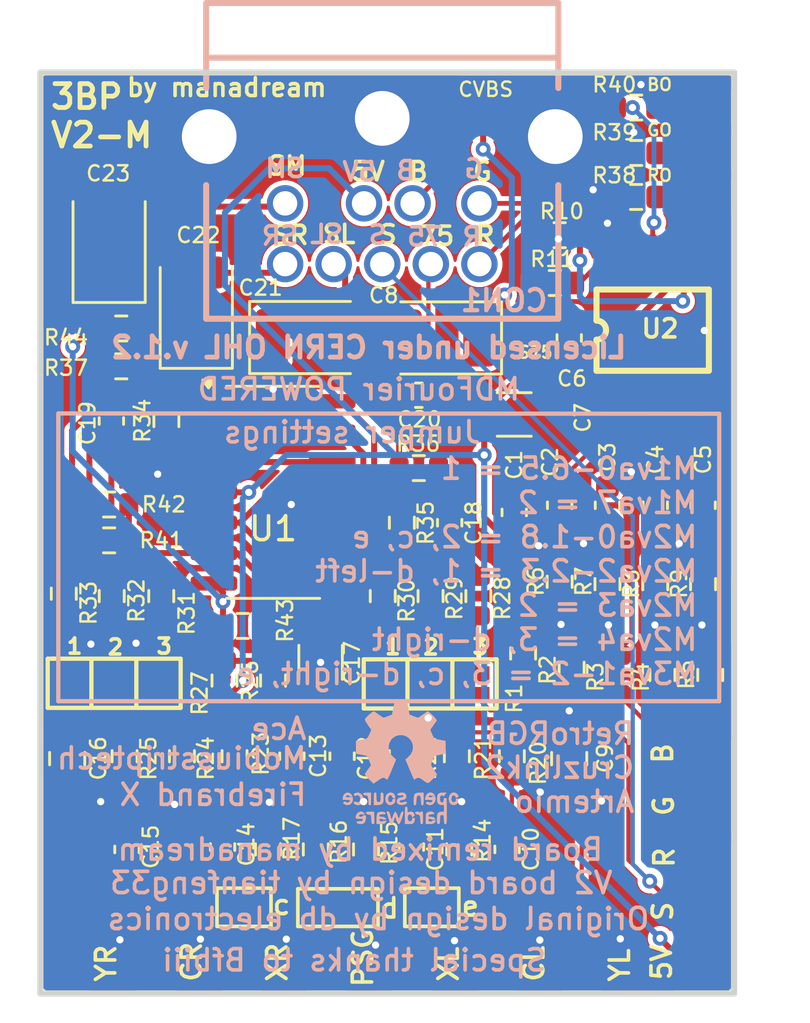
<source format=kicad_pcb>
(kicad_pcb (version 20241229) (generator "pcbnew") (generator_version "9.0")
  (layers (0 "F.Cu" signal) (2 "B.Cu" signal) (13 "F.Paste" user) (15 "B.Paste" user) (5 "F.SilkS" user "F.Silkscreen") (7 "B.SilkS" user "B.Silkscreen") (1 "F.Mask" user) (3 "B.Mask" user) (25 "Edge.Cuts" user))
  (net 0 "")
  (net 1 "GND")
  (net 2 "+5V")
  (net 3 "SYNC-OUT")
  (net 4 "RIGHT")
  (net 5 "SL")
  (net 6 "OPAVREF")
  (net 7 "LPF")
  (net 8 "YM-LEFT")
  (net 9 "YM-RIGHT")
  (net 10 "SCD-RIGHT")
  (net 11 "32X-RIGHT")
  (net 12 "PSG")
  (net 13 "32X-LEFT")
  (net 14 "SCD-LEFT")
  (net 15 "LEFT")
  (net 16 "SYNC-75")
  (net 17 "R-OUT")
  (net 18 "G-OUT")
  (net 19 "B-OUT")
  (net 20 "R-IN")
  (net 21 "G-IN")
  (net 22 "B-IN")
  (net 23 "SR")
  (net 24 "NET-(U101-PAD7)")
  (net 25 "NET-(U101-PAD8)")
  (net 26 "SM")
  (net 27 "LOUT")
  (net 28 "ROUT")
  (net 29 "MONO")
  (net 30 "MOUT")
  (footprint "easyeda:MD-90SM" (layer "F.Cu") (at 138.806 86.715)
    (property "Reference" "CON1")
    (property "Value" "MD-90SM" (hide yes))
  )
  (footprint "Resistor_SMD:R_0603_1608Metric" (layer "F.Cu") (at 146.6 106.4 -90)
    (property "Reference" "R2")
    (property "Value" "5.62k")
  )
  (footprint "easyeda:JUMPER_PADSX2" (layer "F.Cu") (at 133.239 116.433)
    (property "Reference" "c")
    (property "Value" "JUMPER_PADSX2" (hide yes))
  )
  (footprint "Capacitor_SMD:C_0603_1608Metric" (layer "F.Cu") (at 143.9 114 -90)
    (property "Reference" "C10")
    (property "Value" "1uF/16V")
  )
  (footprint "Capacitor_SMD:C_0603_1608Metric" (layer "F.Cu") (at 134.9 110.1 -90)
    (property "Reference" "C13")
    (property "Value" "1uF/16V")
  )
  (footprint "Resistor_SMD:R_0603_1608Metric" (layer "F.Cu") (at 148.6 106.7 -90)
    (property "Reference" "R3")
    (property "Value" "5.62k")
  )
  (footprint "Resistor_SMD:R_0603_1608Metric" (layer "F.Cu") (at 138 114 90)
    (property "Reference" "R15")
    (property "Value" "2.20k")
  )
  (footprint "" (layer "F.Cu") (at 151.947 84.86 90)
    (property "Reference" "")
    (property "Value" "")
  )
  (footprint "Resistor_SMD:R_0603_1608Metric" (layer "F.Cu") (at 150.1 102.9 90)
    (property "Reference" "R8")
    (property "Value" "1k")
  )
  (footprint "Capacitor_SMD:C_1206_3216Metric" (layer "F.Cu") (at 136.1 106.172 -90)
    (property "Reference" "C17")
    (property "Value" "10uF/16V")
  )
  (footprint "Resistor_SMD:R_0603_1608Metric" (layer "F.Cu") (at 134.112 106.934 90)
    (property "Reference" "R26")
    (property "Value" "10k")
  )
  (footprint "easyeda:JUMPER" (layer "F.Cu") (at 140.648 107.518)
    (property "Reference" "1")
    (property "Value" "3")
  )
  (footprint "easyeda:JUMPER" (layer "F.Cu") (at 127.427 107.492)
    (property "Reference" "1")
    (property "Value" "3")
  )
  (footprint "Package_SO:SOIC-14_3.9x8.7mm_P1.27mm" (layer "F.Cu") (at 134.112 99.06)
    (property "Reference" "U1")
    (property "Value" "TL974IDR")
  )
  (footprint "" (layer "F.Cu") (at 145 92.4)
    (property "Reference" "")
    (property "Value" "")
  )
  (footprint "Resistor_SMD:R_0603_1608Metric" (layer "F.Cu") (at 130.3 110.1 90)
    (property "Reference" "R24")
    (property "Value" "210k")
  )
  (footprint "easyeda:JUMPER_PADSX2" (layer "F.Cu") (at 141.096 116.433)
    (property "Reference" "e")
    (property "Value" "JUMPER_PADSX2" (hide yes))
  )
  (footprint "Resistor_SMD:R_0603_1608Metric" (layer "F.Cu") (at 135.9 114 90)
    (property "Reference" "R16")
    (property "Value" "750")
  )
  (footprint "Capacitor_SMD:C_0603_1608Metric" (layer "F.Cu") (at 146.5 92.6 -90)
    (property "Reference" "C6")
    (property "Value" "0.1uF/50V")
  )
  (footprint "Capacitor_Tantalum_SMD:CP_EIA-3528-15_AVX-H" (layer "F.Cu") (at 135.6 92.582)
    (property "Reference" "C21")
    (property "Value" "47uF/10V")
  )
  (footprint "easyeda:TP50" (layer "F.Cu") (at 151.163 120.052 -90)
    (property "Reference" "5V1" (hide yes))
    (property "Value" "TP_50" (hide yes))
  )
  (footprint "Resistor_SMD:R_0603_1608Metric" (layer "F.Cu") (at 149.3 84.86 180)
    (property "Reference" "R39")
    (property "Value" "511")
  )
  (footprint "Resistor_SMD:R_0603_1608Metric" (layer "F.Cu") (at 149.3 82.96 180)
    (property "Reference" "R40")
    (property "Value" "511")
  )
  (footprint "Resistor_SMD:R_0603_1608Metric" (layer "F.Cu") (at 152.4 106.7 -90)
    (property "Reference" "R5")
    (property "Value" "5.62k")
  )
  (footprint "Capacitor_SMD:C_0805_2012Metric" (layer "F.Cu") (at 125.5 110.2 -90)
    (property "Reference" "C16")
    (property "Value" "10uF/16V")
  )
  (footprint "" (layer "F.Cu") (at 151.947 86.76 90)
    (property "Reference" "")
    (property "Value" "")
  )
  (footprint "Resistor_SMD:R_0603_1608Metric" (layer "F.Cu") (at 132.5 110.1 90)
    (property "Reference" "R23")
    (property "Value" "210k")
  )
  (footprint "Resistor_SMD:R_0603_1608Metric" (layer "F.Cu") (at 132.842 104.648 180)
    (property "Reference" "R43")
    (property "Value" "4.7k")
  )
  (footprint "Resistor_SMD:R_0603_1608Metric" (layer "F.Cu") (at 150.4 106.7 -90)
    (property "Reference" "R4")
    (property "Value" "5.62k")
  )
  (footprint "Resistor_SMD:R_0603_1608Metric" (layer "F.Cu") (at 152.1 102.9 90)
    (property "Reference" "R9")
    (property "Value" "1k")
  )
  (footprint "easyeda:TP50" (layer "F.Cu") (at 152.916 110.807 90)
    (property "Reference" "B1" (hide yes))
    (property "Value" "TP_50" (hide yes))
  )
  (footprint "easyeda:TP50" (layer "F.Cu") (at 128.862 119.57)
    (property "Reference" "SR2" (hide yes))
    (property "Value" "TP_50" (hide yes))
  )
  (footprint "Resistor_SMD:R_0603_1608Metric" (layer "F.Cu") (at 129.649 96.075 90)
    (property "Reference" "R34")
    (property "Value" "300k")
  )
  (footprint "Capacitor_SMD:C_0603_1608Metric" (layer "F.Cu") (at 144.2 99.9 90)
    (property "Reference" "C1")
    (property "Value" "0.1uF/50V")
  )
  (footprint "easyeda:TP50" (layer "F.Cu") (at 152.916 113.371 90)
    (property "Reference" "G1" (hide yes))
    (property "Value" "TP_50" (hide yes))
  )
  (footprint "Resistor_SMD:R_0603_1608Metric" (layer "F.Cu") (at 142.7 103.4 90)
    (property "Reference" "R28")
    (property "Value" "130k")
  )
  (footprint "Resistor_SMD:R_0603_1608Metric" (layer "F.Cu") (at 127.9 110.1 90)
    (property "Reference" "R25")
    (property "Value" "210k")
  )
  (footprint "Capacitor_SMD:C_0603_1608Metric" (layer "F.Cu") (at 139.9 113.9 90)
    (property "Reference" "C11")
    (property "Value" "1uF/16V")
  )
  (footprint "" (layer "F.Cu") (at 151.947 82.96 90)
    (property "Reference" "")
    (property "Value" "")
  )
  (footprint "Capacitor_SMD:C_0805_2012Metric" (layer "F.Cu") (at 146.5 110.2 -90)
    (property "Reference" "C9")
    (property "Value" "10uF/16V")
  )
  (footprint "Capacitor_SMD:C_0603_1608Metric" (layer "F.Cu") (at 128 114 90)
    (property "Reference" "C15")
    (property "Value" "1uF/16V")
  )
  (footprint "Capacitor_SMD:C_0603_1608Metric" (layer "F.Cu") (at 132 113.9 -90)
    (property "Reference" "C14")
    (property "Value" "1uF/16V")
  )
  (footprint "easyeda:TP50" (layer "F.Cu") (at 125.433 119.57)
    (property "Reference" "YR2" (hide yes))
    (property "Value" "TP_50" (hide yes))
  )
  (footprint "Resistor_SMD:R_0603_1608Metric" (layer "F.Cu") (at 141.8 110.1 90)
    (property "Reference" "R21")
    (property "Value" "210k")
  )
  (footprint "Resistor_SMD:R_0603_1608Metric" (layer "F.Cu") (at 146.1 88.3)
    (property "Reference" "R10")
    (property "Value" "4.7k")
  )
  (footprint "easyeda:TP50" (layer "F.Cu") (at 152.916 116.025 90)
    (property "Reference" "S1" (hide yes))
    (property "Value" "TP_50" (hide yes))
  )
  (footprint "Resistor_SMD:R_0603_1608Metric" (layer "F.Cu") (at 144.1 110.1 90)
    (property "Reference" "R20")
    (property "Value" "210k")
  )
  (footprint "Resistor_SMD:R_0603_1608Metric" (layer "F.Cu") (at 125.357 103.3 90)
    (property "Reference" "R33")
    (property "Value" "10k")
  )
  (footprint "Resistor_SMD:R_0603_1608Metric" (layer "F.Cu") (at 148.1 102.9 90)
    (property "Reference" "R7")
    (property "Value" "1k")
  )
  (footprint "Resistor_SMD:R_0603_1608Metric" (layer "F.Cu") (at 127.254 101.068 180)
    (property "Reference" "R41")
    (property "Value" "10k")
  )
  (footprint "Capacitor_SMD:C_0603_1608Metric" (layer "F.Cu") (at 137 110.1 -90)
    (property "Reference" "C12")
    (property "Value" "1uF/16V")
  )
  (footprint "Resistor_SMD:R_0603_1608Metric" (layer "F.Cu") (at 149.3 86.7 180)
    (property "Reference" "R38")
    (property "Value" "511")
  )
  (footprint "Resistor_SMD:R_0603_1608Metric" (layer "F.Cu") (at 139.5 110.1 90)
    (property "Reference" "R22")
    (property "Value" "210k")
  )
  (footprint "Resistor_SMD:R_0603_1608Metric" (layer "F.Cu") (at 139.5 100.33 -90)
    (property "Reference" "R35")
    (property "Value" "300k")
  )
  (footprint "Capacitor_SMD:C_0603_1608Metric" (layer "F.Cu") (at 148.1 99.6 -90)
    (property "Reference" "C3")
    (property "Value" "0.1uF/50V")
  )
  (footprint "Resistor_SMD:R_0603_1608Metric" (layer "F.Cu") (at 127.254 99.568 180)
    (property "Reference" "R42")
    (property "Value" "10k")
  )
  (footprint "easyeda:OSHW-LOGO_5MM" (layer "F.Cu") (at 140.597 110.375)
    (property "Reference" "G" (hide yes))
    (property "Value" "LOGO" (hide yes))
  )
  (footprint "Capacitor_Tantalum_SMD:CP_EIA-3528-15_AVX-H" (layer "F.Cu") (at 141.2 92.6 180)
    (property "Reference" "C8")
    (property "Value" "220uF/6.3V")
  )
  (footprint "Capacitor_SMD:C_0603_1608Metric" (layer "F.Cu") (at 127.349 96.075 90)
    (property "Reference" "C19")
    (property "Value" "150pF/50V")
  )
  (footprint "Resistor_SMD:R_0603_1608Metric" (layer "F.Cu") (at 129.434 103.4 90)
    (property "Reference" "R31")
    (property "Value" "130k")
  )
  (footprint "easyeda:TP50" (layer "F.Cu") (at 146.007 119.57)
    (property "Reference" "YL1" (hide yes))
    (property "Value" "TP_50" (hide yes))
  )
  (footprint "Resistor_SMD:R_0603_1608Metric" (layer "F.Cu") (at 127.762 93.787)
    (property "Reference" "R37")
    (property "Value" "330")
  )
  (footprint "Resistor_SMD:R_0603_1608Metric" (layer "F.Cu") (at 146.1 102.8 90)
    (property "Reference" "R6")
    (property "Value" "1k")
  )
  (footprint "Resistor_SMD:R_0603_1608Metric" (layer "F.Cu") (at 140.7 103.4 90)
    (property "Reference" "R29")
    (property "Value" "100k")
  )
  (footprint "easyeda:TP50" (layer "F.Cu") (at 135.593 119.57)
    (property "Reference" "SN1" (hide yes))
    (property "Value" "TP_50" (hide yes))
  )
  (footprint "Resistor_SMD:R_0603_1608Metric" (layer "F.Cu") (at 138.7 103.4 90)
    (property "Reference" "R30")
    (property "Value" "10k")
  )
  (footprint "Capacitor_SMD:C_0603_1608Metric" (layer "F.Cu") (at 141.5 100.33 -90)
    (property "Reference" "C18")
    (property "Value" "150pF/50V")
  )
  (footprint "Capacitor_SMD:C_0603_1608Metric" (layer "F.Cu") (at 152.1 99.6 90)
    (property "Reference" "C5")
    (property "Value" "0.1uF/50V")
  )
  (footprint "easyeda:TP50" (layer "F.Cu") (at 144.74 119.57)
    (property "Reference" "XL1" (hide yes))
    (property "Value" "TP_50" (hide yes))
  )
  (footprint "Resistor_SMD:R_0603_1608Metric" (layer "F.Cu") (at 140.208 98.044)
    (property "Reference" "R36")
    (property "Value" "330")
  )
  (footprint "Resistor_SMD:R_0603_1608Metric" (layer "F.Cu") (at 127.363 103.4 90)
    (property "Reference" "R32")
    (property "Value" "100k")
  )
  (footprint "Resistor_SMD:R_0603_1608Metric" (layer "F.Cu") (at 133.9 114 90)
    (property "Reference" "R17")
    (property "Value" "75.0")
  )
  (footprint "Capacitor_SMD:C_0603_1608Metric" (layer "F.Cu") (at 146.1 99.6 90)
    (property "Reference" "C2")
    (property "Value" "0.1uF/50V")
  )
  (footprint "Capacitor_Tantalum_SMD:CP_EIA-3528-15_AVX-H" (layer "F.Cu") (at 127.254 88.646 90)
    (property "Reference" "C23")
    (property "Value" "47uF/10V")
  )
  (footprint "Resistor_SMD:R_0603_1608Metric" (layer "F.Cu") (at 132.08 106.934 90)
    (property "Reference" "R27")
    (property "Value" "10k")
  )
  (footprint "Capacitor_SMD:C_1206_3216Metric" (layer "F.Cu") (at 144.2 95.8)
    (property "Reference" "C7")
    (property "Value" "22uF/10V")
  )
  (footprint "easyeda:TSSOP-14" (layer "F.Cu") (at 149.947 92.86)
    (property "Reference" "U2")
    (property "Value" "THS7374IPWR" (hide yes))
  )
  (footprint "Resistor_SMD:R_0603_1608Metric" (layer "F.Cu") (at 141.9 114 90)
    (property "Reference" "R14")
    (property "Value" "75.0")
  )
  (footprint "Resistor_SMD:R_0603_1608Metric" (layer "F.Cu") (at 145.9 90.3)
    (property "Reference" "R11")
    (property "Value" "75.0")
  )
  (footprint "Resistor_SMD:R_0603_1608Metric" (layer "F.Cu") (at 144.572 105.8 90)
    (property "Reference" "R1")
    (property "Value" "2.20k")
  )
  (footprint "Capacitor_Tantalum_SMD:CP_EIA-3528-15_AVX-H" (layer "F.Cu") (at 130.9 91.4 90)
    (property "Reference" "C22")
    (property "Value" "47uF/10V")
  )
  (footprint "easyeda:TP50" (layer "F.Cu") (at 132.291 119.57)
    (property "Reference" "XR2" (hide yes))
    (property "Value" "TP_50" (hide yes))
  )
  (footprint "Resistor_SMD:R_0603_1608Metric" (layer "F.Cu") (at 127.762 92.202)
    (property "Reference" "R44")
    (property "Value" "330")
  )
  (footprint "" (layer "F.Cu") (at 145 91.6)
    (property "Reference" "")
    (property "Value" "")
  )
  (footprint "easyeda:TP50" (layer "F.Cu") (at 138.768 119.57)
    (property "Reference" "SL1" (hide yes))
    (property "Value" "TP_50" (hide yes))
  )
  (footprint "Capacitor_SMD:C_0603_1608Metric" (layer "F.Cu") (at 140.208 94.996 180)
    (property "Reference" "C20")
    (property "Value" "0.1uF/50V")
  )
  (footprint "easyeda:JUMPER_PADSX3" (layer "F.Cu") (at 136.723 116.433)
    (property "Reference" "d")
    (property "Value" "JUMPER_PADSX3" (hide yes))
  )
  (footprint "" (layer "F.Cu") (at 142.9 83.5)
    (property "Reference" "")
    (property "Value" "")
  )
  (footprint "Capacitor_SMD:C_0603_1608Metric" (layer "F.Cu") (at 150.1 99.6 90)
    (property "Reference" "C4")
    (property "Value" "0.1uF/50V")
  )
  (footprint "easyeda:TP50" (layer "F.Cu") (at 152.916 113.398 90)
    (property "Reference" "RIN" (hide yes))
    (property "Value" "TP_50" (hide yes))
  )
  (gr_line (start 152.154 95.77) (end 152.776 95.77) (stroke (width 0.178)) (layer "B.SilkS"))
  (gr_line (start 125.128 95.757) (end 152.052 95.77) (stroke (width 0.178)) (layer "B.SilkS"))
  (gr_line (start 152.776 107.797) (end 125.128 107.797) (stroke (width 0.178)) (layer "B.SilkS"))
  (gr_line (start 125.128 107.797) (end 125.128 95.77) (stroke (width 0.178)) (layer "B.SilkS"))
  (gr_line (start 152.776 95.77) (end 152.776 107.797) (stroke (width 0.178)) (layer "B.SilkS"))
  (gr_line (start 152.001 95.77) (end 152.154 95.77) (stroke (width 0.178)) (layer "B.SilkS"))
  (gr_line (start 153.398 120.027) (end 124.379 120.027) (stroke (width 0.254)) (layer "Edge.Cuts"))
  (gr_line (start 124.379 120.027) (end 124.379 81.495) (stroke (width 0.254)) (layer "Edge.Cuts"))
  (gr_line (start 124.379 81.495) (end 153.398 81.495) (stroke (width 0.254)) (layer "Edge.Cuts"))
  (gr_line (start 153.398 81.495) (end 153.398 120.027) (stroke (width 0.254)) (layer "Edge.Cuts"))
  (gr_text "R" (at 150.477 114.843 90) (layer "F.SilkS") (effects (font (size 0.813 0.813) (thickness 0.152)) (justify left)))
  (gr_text "S75" (at 144.3 93.2 0) (layer "F.SilkS") (effects (font (size 0.5 0.5) (thickness 0.1) (bold yes)) (justify left)))
  (gr_text "YL" (at 148.611 119.613 90) (layer "F.SilkS") (effects (font (size 0.813 0.813) (thickness 0.152)) (justify left)))
  (gr_text "PSG" (at 137.866 119.837 90) (layer "F.SilkS") (effects (font (size 0.813 0.813) (thickness 0.152)) (justify left)))
  (gr_text "GO" (at 149.7 83.9 0) (layer "F.SilkS") (effects (font (size 0.5 0.5) (thickness 0.1) (bold yes)) (justify left)))
  (gr_text "R" (at 142.502 88.313 0) (layer "F.SilkS") (effects (font (size 0.762 0.762) (thickness 0.152)) (justify left)))
  (gr_text "RO" (at 149.7 85.8 0) (layer "F.SilkS") (effects (font (size 0.5 0.5) (thickness 0.1) (bold yes)) (justify left)))
  (gr_text "by manadream" (at 127.9144 82.1182 0) (layer "F.SilkS") (effects (font (size 0.75 0.75) (thickness 0.15) (bold yes)) (justify left)))
  (gr_text "CR" (at 130.703 119.613 90) (layer "F.SilkS") (effects (font (size 0.813 0.813) (thickness 0.152)) (justify left)))
  (gr_text "SR" (at 133.993 88.3 0) (layer "F.SilkS") (effects (font (size 0.762 0.762) (thickness 0.152)) (justify left)))
  (gr_text "B" (at 150.414 110.487 90) (layer "F.SilkS") (effects (font (size 0.813 0.813) (thickness 0.152)) (justify left)))
  (gr_text "SM" (at 133.8 85.4 0) (layer "F.SilkS") (effects (font (size 0.762 0.762) (thickness 0.152)) (justify left)))
  (gr_text "G" (at 142.388 85.633 0) (layer "F.SilkS") (effects (font (size 0.762 0.762) (thickness 0.152)) (justify left)))
  (gr_text "75" (at 140.127 88.338 0) (layer "F.SilkS") (effects (font (size 0.762 0.762) (thickness 0.152)) (justify left)))
  (gr_text "5V" (at 137.295 85.633 0) (layer "F.SilkS") (effects (font (size 0.762 0.762) (thickness 0.152)) (justify left)))
  (gr_text "2" (at 140.316 105.537 0) (layer "F.SilkS") (effects (font (size 0.635 0.635) (thickness 0.152)) (justify left)))
  (gr_text "SL" (at 136.101 88.262 0) (layer "F.SilkS") (effects (font (size 0.762 0.762) (thickness 0.152)) (justify left)))
  (gr_text "XR" (at 134.285 119.613 90) (layer "F.SilkS") (effects (font (size 0.813 0.813) (thickness 0.152)) (justify left)))
  (gr_text "BO" (at 149.7 82 0) (layer "F.SilkS") (effects (font (size 0.5 0.5) (thickness 0.1) (bold yes)) (justify left)))
  (gr_text "CVBS" (at 141.8 82.2 0) (layer "F.SilkS") (effects (font (size 0.6 0.6) (thickness 0.1) (bold yes)) (justify left)))
  (gr_text "CL" (at 145.029 119.613 90) (layer "F.SilkS") (effects (font (size 0.813 0.813) (thickness 0.152)) (justify left)))
  (gr_text "3BP\nV2-M" (at 124.714 83.312 0) (layer "F.SilkS") (effects (font (size 1 1) (thickness 0.2) (bold yes)) (justify left)))
  (gr_text "5V" (at 150.363 119.55 90) (layer "F.SilkS") (effects (font (size 0.813 0.813) (thickness 0.152)) (justify left)))
  (gr_text "XL" (at 141.447 119.613 90) (layer "F.SilkS") (effects (font (size 0.813 0.813) (thickness 0.152)) (justify left)))
  (gr_text "G" (at 150.452 112.682 90) (layer "F.SilkS") (effects (font (size 0.813 0.813) (thickness 0.152)) (justify left)))
  (gr_text "S" (at 150.414 117.078 90) (layer "F.SilkS") (effects (font (size 0.813 0.813) (thickness 0.152)) (justify left)))
  (gr_text "2" (at 127.116 105.537 0) (layer "F.SilkS") (effects (font (size 0.635 0.635) (thickness 0.152)) (justify left)))
  (gr_text "S" (at 138.451 88.274 0) (layer "F.SilkS") (effects (font (size 0.762 0.762) (thickness 0.152)) (justify left)))
  (gr_text "YR" (at 127.122 119.613 90) (layer "F.SilkS") (effects (font (size 0.813 0.813) (thickness 0.152)) (justify left)))
  (gr_text "B" (at 139.708 85.633 0) (layer "F.SilkS") (effects (font (size 0.762 0.762) (thickness 0.152)) (justify left)))
  (gr_text "G" (at 142.997 85.519 0) (layer "B.SilkS") (effects (font (size 0.762 0.762) (thickness 0.152)) (justify left mirror)))
  (gr_text "Ace" (at 135.593 108.953 0) (layer "B.SilkS") (effects (font (size 0.889 0.889) (thickness 0.152)) (justify left mirror)))
  (gr_text "SL" (at 137.13 88.262 0) (layer "B.SilkS") (effects (font (size 0.762 0.762) (thickness 0.152)) (justify left mirror)))
  (gr_text "M1va0-6.5 = 1\nM1va7 = 2\nM2va0-1.8 = 2, c, e\nM2va2-2.3 = 1, d-left\nM2va3 = 2\nM2va4 = 3, d-right\nM3va1-2 = 3, c, d-right, e" (at 151.947 102.36 0) (layer "B.SilkS") (effects (font (size 0.889 0.889) (thickness 0.152)) (justify left mirror)))
  (gr_text "Special thanks to Bfbiii" (at 145.631 118.635 0) (layer "B.SilkS") (effects (font (size 0.889 0.889) (thickness 0.152)) (justify left mirror)))
  (gr_text "Original design by db electronics" (at 149.939 116.907 0) (layer "B.SilkS") (effects (font (size 0.889 0.889) (thickness 0.152)) (justify left mirror)))
  (gr_text "Artemio" (at 149.309 112 0) (layer "B.SilkS") (effects (font (size 0.889 0.889) (thickness 0.152)) (justify left mirror)))
  (gr_text "B" (at 140.142 85.595 0) (layer "B.SilkS") (effects (font (size 0.762 0.762) (thickness 0.152)) (justify left mirror)))
  (gr_text "Cruzlink2" (at 149.309 110.578 0) (layer "B.SilkS") (effects (font (size 0.889 0.889) (thickness 0.152)) (justify left mirror)))
  (gr_text "S" (at 138.948 88.287 0) (layer "B.SilkS") (effects (font (size 0.762 0.762) (thickness 0.152)) (justify left mirror)))
  (gr_text "Board remixed by manadream" (at 148 114 0) (layer "B.SilkS") (effects (font (size 0.889 0.889) (thickness 0.152)) (justify left mirror)))
  (gr_text "MDFourier POWERED" (at 144.528 94.746 0) (layer "B.SilkS") (effects (font (size 0.889 0.889) (thickness 0.152)) (justify left mirror)))
  (gr_text "Firebrand X" (at 135.593 111.709 0) (layer "B.SilkS") (effects (font (size 0.889 0.889) (thickness 0.152)) (justify left mirror)))
  (gr_text "SM" (at 135.5 85.5 0) (layer "B.SilkS") (effects (font (size 0.762 0.762) (thickness 0.152)) (justify left mirror)))
  (gr_text "SR" (at 135.242 88.325 0) (layer "B.SilkS") (effects (font (size 0.762 0.762) (thickness 0.152)) (justify left mirror)))
  (gr_text "75" (at 141.288 88.363 0) (layer "B.SilkS") (effects (font (size 0.762 0.762) (thickness 0.152)) (justify left mirror)))
  (gr_text "V2 board design by tianfeng33" (at 148.4 115.4 0) (layer "B.SilkS") (effects (font (size 0.889 0.889) (thickness 0.152)) (justify left mirror)))
  (gr_text "Jumper settings" (at 142.87 96.545 0) (layer "B.SilkS") (effects (font (size 0.889 0.889) (thickness 0.152)) (justify left mirror)))
  (gr_text "R" (at 142.911 88.363 0) (layer "B.SilkS") (effects (font (size 0.762 0.762) (thickness 0.152)) (justify left mirror)))
  (gr_text "Mobiusstriptech" (at 135.593 110.189 0) (layer "B.SilkS") (effects (font (size 0.889 0.889) (thickness 0.152)) (justify left mirror)))
  (gr_text "5V" (at 138.511 85.646 0) (layer "B.SilkS") (effects (font (size 0.762 0.762) (thickness 0.152)) (justify left mirror)))
  (gr_text "RetroRGB" (at 149.309 109.156 0) (layer "B.SilkS") (effects (font (size 0.889 0.889) (thickness 0.152)) (justify left mirror)))
  (gr_text "Licensed under CERN OHL v.1.2" (at 149 93 0) (layer "B.SilkS") (effects (font (size 0.889 0.889) (thickness 0.203)) (justify left mirror)))
  (segment (start 152.154 92.29) (end 151.715594 92.29) (width 0.25) (layer "F.Cu") (net 1))
  (via (at 146.159 104.584) (size 0.62) (drill 0.305) (layers "F.Cu" "B.Cu") (net 1))
  (via (at 134.874 99.568) (size 0.62) (drill 0.305) (layers "F.Cu" "B.Cu") (net 1))
  (via (at 147.1 101.2) (size 0.62) (drill 0.305) (layers "F.Cu" "B.Cu") (net 1))
  (via (at 133.955 112.026) (size 0.62) (drill 0.305) (layers "F.Cu" "B.Cu") (net 1))
  (via (at 151.1 101.2) (size 0.62) (drill 0.305) (layers "F.Cu" "B.Cu") (net 1))
  (via (at 136.1 106.172) (size 0.62) (drill 0.305) (layers "F.Cu" "B.Cu") (net 1))
  (via (at 152.154 92.29) (size 0.62) (drill 0.305) (layers "F.Cu" "B.Cu") (net 1))
  (via (at 137.9 112) (size 0.62) (drill 0.305) (layers "F.Cu" "B.Cu") (net 1))
  (via (at 150.084 104.609) (size 0.62) (drill 0.305) (layers "F.Cu" "B.Cu") (net 1))
  (via (at 147.849 111.975) (size 0.62) (drill 0.305) (layers "F.Cu" "B.Cu") (net 1))
  (via (at 146.5 108.2) (size 0.62) (drill 0.305) (layers "F.Cu" "B.Cu") (net 1))
  (via (at 129.286 98.298) (size 0.62) (drill 0.305) (layers "F.Cu" "B.Cu") (net 1))
  (via (at 152.052 104.609) (size 0.62) (drill 0.305) (layers "F.Cu" "B.Cu") (net 1))
  (via (at 145.27 117.792) (size 0.62) (drill 0.305) (layers "F.Cu" "B.Cu") (net 1))
  (via (at 145.219772 101.293652) (size 0.62) (drill 0.305) (layers "F.Cu" "B.Cu") (net 1))
  (via (at 140.6 108.5) (size 0.62) (drill 0.305) (layers "F.Cu" "B.Cu") (net 1))
  (via (at 134.666 117.754) (size 0.62) (drill 0.305) (layers "F.Cu" "B.Cu") (net 1))
  (via (at 148.141 104.609) (size 0.62) (drill 0.305) (layers "F.Cu" "B.Cu") (net 1))
  (via (at 131.072 117.754) (size 0.62) (drill 0.305) (layers "F.Cu" "B.Cu") (net 1))
  (via (at 147.5 86.4) (size 0.62) (drill 0.305) (layers "F.Cu" "B.Cu") (net 1))
  (via (at 149.5 82) (size 0.62) (drill 0.305) (layers "F.Cu" "B.Cu") (net 1))
  (via (at 141.702 117.817) (size 0.62) (drill 0.305) (layers "F.Cu" "B.Cu") (net 1))
  (via (at 148.636 117.741) (size 0.62) (drill 0.305) (layers "F.Cu" "B.Cu") (net 1))
  (via (at 128.379 105.371) (size 0.62) (drill 0.305) (layers "F.Cu" "B.Cu") (net 1))
  (via (at 149.1 98.2) (size 0.62) (drill 0.305) (layers "F.Cu" "B.Cu") (net 1))
  (via (at 129.992 112.115) (size 0.62) (drill 0.305) (layers "F.Cu" "B.Cu") (net 1))
  (via (at 134.112 94.742) (size 0.62) (drill 0.305) (layers "F.Cu" "B.Cu") (net 1))
  (via (at 138.4 118) (size 0.62) (drill 0.305) (layers "F.Cu" "B.Cu") (net 1))
  (via (at 126.9 112) (size 0.62) (drill 0.305) (layers "F.Cu" "B.Cu") (net 1))
  (via (at 149.2 84) (size 0.62) (drill 0.305) (layers "F.Cu" "B.Cu") (net 1))
  (via (at 127.706 117.779) (size 0.62) (drill 0.305) (layers "F.Cu" "B.Cu") (net 1))
  (via (at 142 112) (size 0.62) (drill 0.305) (layers "F.Cu" "B.Cu") (net 1))
  (via (at 146.047 88.46) (size 0.62) (drill 0.305) (layers "F.Cu" "B.Cu") (net 1))
  (via (at 148.1 87.8) (size 0.62) (drill 0.305) (layers "F.Cu" "B.Cu") (net 1))
  (via (at 126.492 105.41) (size 0.62) (drill 0.305) (layers "F.Cu" "B.Cu") (net 1))
  (via (at 145.290321 111.602026) (size 0.62) (drill 0.305) (layers "F.Cu" "B.Cu") (net 1))
  (segment (start 147.3585 94.6) (end 147.4325 94.526) (width 0.254) (layer "F.Cu") (net 2))
  (segment (start 150.689 90.465) (end 150.689 89.122) (width 0.254) (layer "F.Cu") (net 2))
  (segment (start 142.743 95.897) (end 142.743 95.504) (width 0.254) (layer "F.Cu") (net 2))
  (segment (start 150.3 117.716) (end 150.3 117.728) (width 0.254) (layer "F.Cu") (net 2))
  (segment (start 146.604 91.899) (end 149.256 91.899) (width 0.254) (layer "F.Cu") (net 2))
  (segment (start 142.946 100.113) (end 143.452 100.619) (width 0.254) (layer "F.Cu") (net 2))
  (segment (start 147.4325 94.526) (end 147.4325 92.7275) (width 0.254) (layer "F.Cu") (net 2))
  (segment (start 142.247 95.401) (end 142.743 95.897) (width 0.254) (layer "F.Cu") (net 2))
  (segment (start 142.946 95.897) (end 142.946 97.497) (width 0.254) (layer "F.Cu") (net 2))
  (segment (start 133.096 99.06) (end 131.637 99.06) (width 0.25) (layer "F.Cu") (net 2))
  (segment (start 141.787 95.8) (end 140.983 94.996) (width 0.25) (layer "F.Cu") (net 2))
  (segment (start 142.743 95.897) (end 142.946 95.897) (width 0.254) (layer "F.Cu") (net 2))
  (segment (start 143.452 100.619) (end 144.166 100.619) (width 0.254) (layer "F.Cu") (net 2))
  (segment (start 144.572 101.025) (end 144.572 104.738) (width 0.254) (layer "F.Cu") (net 2))
  (segment (start 147.4325 92.7275) (end 146.604 91.899) (width 0.254) (layer "F.Cu") (net 2))
  (segment (start 142.946 97.497) (end 142.946 100.113) (width 0.254) (layer "F.Cu") (net 2))
  (segment (start 150.3 117.728) (end 151.608 119.036) (width 0.254) (layer "F.Cu") (net 2))
  (segment (start 144.04 94.6) (end 147.3585 94.6) (width 0.254) (layer "F.Cu") (net 2))
  (segment (start 142.725 95.8) (end 141.787 95.8) (width 0.25) (layer "F.Cu") (net 2))
  (segment (start 146.348 91.899) (end 146.604 91.899) (width 0.254) (layer "F.Cu") (net 2))
  (segment (start 132.842 106.934) (end 132.842 106.997) (width 0.25) (layer "F.Cu") (net 2))
  (segment (start 132.08 107.759) (end 132.271 107.759) (width 0.25) (layer "F.Cu") (net 2))
  (segment (start 149.256 91.899) (end 150.689 90.465) (width 0.254) (layer "F.Cu") (net 2))
  (segment (start 144.166 100.619) (end 144.572 101.025) (width 0.254) (layer "F.Cu") (net 2))
  (segment (start 151.608 119.036) (end 152.052 119.036) (width 0.254) (layer "F.Cu") (net 2))
  (segment (start 132.842 106.997) (end 132.08 107.759) (width 0.25) (layer "F.Cu") (net 2))
  (segment (start 142.743 95.897) (end 144.04 94.6) (width 0.254) (layer "F.Cu") (net 2))
  (via (at 132.842 106.934) (size 0.62) (drill 0.305) (layers "F.Cu" "B.Cu") (net 2))
  (via (at 133.096 99.06) (size 0.62) (drill 0.305) (layers "F.Cu" "B.Cu") (net 2))
  (via (at 150.3 117.716) (size 0.62) (drill 0.305) (layers "F.Cu" "B.Cu") (net 2))
  (via (at 142.946 97.497) (size 0.62) (drill 0.305) (layers "F.Cu" "B.Cu") (net 2))
  (segment (start 132.842 99.314) (end 133.096 99.06) (width 0.25) (layer "B.Cu") (net 2))
  (segment (start 132.1 87.35) (end 133.95 85.5) (width 0.254) (layer "B.Cu") (net 2))
  (segment (start 132.1 90.4) (end 132.1 87.35) (width 0.254) (layer "B.Cu") (net 2))
  (segment (start 132.842 106.934) (end 132.842 99.314) (width 0.25) (layer "B.Cu") (net 2))
  (segment (start 142.946 110.362) (end 142.946 97.497) (width 0.254) (layer "B.Cu") (net 2))
  (segment (start 133.95 85.5) (end 136.448 85.5) (width 0.254) (layer "B.Cu") (net 2))
  (segment (start 150.3 117.716) (end 142.946 110.362) (width 0.254) (layer "B.Cu") (net 2))
  (segment (start 139.197 97.497) (end 132.1 90.4) (width 0.254) (layer "B.Cu") (net 2))
  (segment (start 133.096 99.06) (end 134.659 97.497) (width 0.25) (layer "B.Cu") (net 2))
  (segment (start 136.448 85.5) (end 137.917 86.969) (width 0.254) (layer "B.Cu") (net 2))
  (segment (start 142.946 97.497) (end 139.197 97.497) (width 0.254) (layer "B.Cu") (net 2))
  (segment (start 134.659 97.497) (end 139.197 97.497) (width 0.25) (layer "B.Cu") (net 2))
  (segment (start 151.391 116.851) (end 149.868 115.328) (width 0.178) (layer "F.Cu") (net 3))
  (segment (start 145.108 106.603) (end 144.572 106.638) (width 0.178) (layer "F.Cu") (net 3))
  (segment (start 146.539 107.657) (end 146.643 107.553) (width 0.178) (layer "F.Cu") (net 3))
  (segment (start 146.146 98.564) (end 148.077 96.634) (width 0.178) (layer "F.Cu") (net 3))
  (segment (start 148.077 96.634) (end 148.09 96.621) (width 0.178) (layer "F.Cu") (net 3))
  (segment (start 144.572 106.638) (end 144.566 106.851) (width 0.178) (layer "F.Cu") (net 3))
  (segment (start 147.15 102.948) (end 147.15 103.111) (width 0.178) (layer "F.Cu") (net 3))
  (segment (start 149.868 115.328) (end 148.979 114.439) (width 0.178) (layer "F.Cu") (net 3))
  (segment (start 146.185 100.669) (end 146.172 100.657) (width 0.178) (layer "F.Cu") (net 3))
  (segment (start 148.979 114.439) (end 148.979 109.562) (width 0.178) (layer "F.Cu") (net 3))
  (segment (start 145.372 107.657) (end 146.539 107.657) (width 0.178) (layer "F.Cu") (net 3))
  (segment (start 146.185 101.983) (end 146.185 100.669) (width 0.178) (layer "F.Cu") (net 3))
  (segment (start 152.027 116.851) (end 151.391 116.851) (width 0.178) (layer "F.Cu") (net 3))
  (segment (start 147.956 89.272) (end 146.928 90.3) (width 0.2) (layer "F.Cu") (net 3))
  (segment (start 147.633 107.073) (end 147.163 106.603) (width 0.178) (layer "F.Cu") (net 3))
  (segment (start 148.979 109.562) (end 147.633 108.216) (width 0.178) (layer "F.Cu") (net 3))
  (segment (start 148.042 89.272) (end 147.956 89.272) (width 0.2) (layer "F.Cu") (net 3))
  (segment (start 146.146 98.719) (end 146.146 98.564) (width 0.178) (layer "F.Cu") (net 3))
  (segment (start 147.15 103.111) (end 147.15 105.147) (width 0.178) (layer "F.Cu") (net 3))
  (segment (start 147.633 108.216) (end 147.633 107.073) (width 0.178) (layer "F.Cu") (net 3))
  (segment (start 146.185 101.983) (end 147.15 102.948) (width 0.178) (layer "F.Cu") (net 3))
  (segment (start 148.09 96.621) (end 148.09 95.122) (width 0.178) (layer "F.Cu") (net 3))
  (segment (start 147.163 106.603) (end 145.108 106.603) (width 0.178) (layer "F.Cu") (net 3))
  (segment (start 147.15 105.147) (end 146.643 105.653) (width 0.178) (layer "F.Cu") (net 3))
  (segment (start 144.566 106.851) (end 145.372 107.657) (width 0.178) (layer "F.Cu") (net 3))
  (via (at 149.868 115.328) (size 0.62) (drill 0.305) (layers "F.Cu" "B.Cu") (net 3))
  (segment (start 149.868 115.328) (end 149.157 114.617) (width 0.178) (layer "B.Cu") (net 3))
  (segment (start 149.157 100.063) (end 138.679 89.585) (width 0.178) (layer "B.Cu") (net 3))
  (segment (start 149.157 114.617) (end 149.157 100.063) (width 0.178) (layer "B.Cu") (net 3))
  (segment (start 138.679 89.585) (end 138.679 89.509) (width 0.178) (layer "B.Cu") (net 3))
  (segment (start 129.433 102.389) (end 127.363 102.389) (width 0.178) (layer "F.Cu") (net 4))
  (segment (start 129.604 97.073) (end 129.617 97.06) (width 0.178) (layer "F.Cu") (net 4))
  (segment (start 127.949 109.1) (end 130.258 109.1) (width 0.178) (layer "F.Cu") (net 4))
  (segment (start 127.363 102.389) (end 125.357 102.389) (width 0.178) (layer "F.Cu") (net 4))
  (segment (start 125.357 102.751) (end 125.357 102.475) (width 0.178) (layer "F.Cu") (net 4))
  (segment (start 129.797 97.048) (end 129.649 96.9) (width 0.25) (layer "F.Cu") (net 4))
  (segment (start 129.649 96.9) (end 130.023 96.526) (width 0.25) (layer "F.Cu") (net 4))
  (segment (start 127.363 102.575) (end 127.349 102.561) (width 0.25) (layer "F.Cu") (net 4))
  (segment (start 127.349 102.561) (end 127.349 96.85) (width 0.25) (layer "F.Cu") (net 4))
  (segment (start 125.984 103.378) (end 125.357 102.751) (width 0.178) (layer "F.Cu") (net 4))
  (segment (start 130.946 103.902) (end 130.422 103.378) (width 0.178) (layer "F.Cu") (net 4))
  (segment (start 130.023 96.526) (end 131.631 96.526) (width 0.25) (layer "F.Cu") (net 4))
  (segment (start 130.946 109.1) (end 130.946 103.902) (width 0.178) (layer "F.Cu") (net 4))
  (segment (start 127.349 96.85) (end 129.599 96.85) (width 0.25) (layer "F.Cu") (net 4))
  (segment (start 131.631 96.526) (end 131.637 96.52) (width 0.25) (layer "F.Cu") (net 4))
  (segment (start 132.563 109.1) (end 130.258 109.1) (width 0.178) (layer "F.Cu") (net 4))
  (segment (start 129.599 96.85) (end 129.649 96.9) (width 0.25) (layer "F.Cu") (net 4))
  (segment (start 129.434 97.115) (end 129.649 96.9) (width 0.25) (layer "F.Cu") (net 4))
  (segment (start 130.422 103.378) (end 125.984 103.378) (width 0.178) (layer "F.Cu") (net 4))
  (segment (start 139.383 98.044) (end 139.383 96.206466) (width 0.25) (layer "F.Cu") (net 5))
  (segment (start 137.127 92.582) (end 137.127 89.989) (width 0.25) (layer "F.Cu") (net 5))
  (segment (start 137.14 93.963466) (end 137.14 92.582) (width 0.25) (layer "F.Cu") (net 5))
  (segment (start 139.383 96.206466) (end 137.14 93.963466) (width 0.25) (layer "F.Cu") (net 5))
  (segment (start 137.127 89.989) (end 136.647 89.509) (width 0.25) (layer "F.Cu") (net 5))
  (segment (start 136.609 89.547) (end 136.647 89.509) (width 0.178) (layer "F.Cu") (net 5))
  (segment (start 136.1 104.697) (end 134.688 106.109) (width 0.25) (layer "F.Cu") (net 6))
  (segment (start 134.688 106.109) (end 134.112 106.109) (width 0.25) (layer "F.Cu") (net 6))
  (segment (start 136.1 104.697) (end 135.286 103.883) (width 0.25) (layer "F.Cu") (net 6))
  (segment (start 134.112 106.109) (end 132.08 106.109) (width 0.25) (layer "F.Cu") (net 6))
  (segment (start 135.26544 97.79) (end 136.587 97.79) (width 0.25) (layer "F.Cu") (net 6))
  (segment (start 135.286 103.883) (end 135.286 102.89056) (width 0.25) (layer "F.Cu") (net 6))
  (segment (start 135.286 102.89056) (end 132.72544 100.33) (width 0.25) (layer "F.Cu") (net 6))
  (segment (start 131.637 100.33) (end 132.72544 100.33) (width 0.25) (layer "F.Cu") (net 6))
  (segment (start 132.72544 100.33) (end 135.26544 97.79) (width 0.25) (layer "F.Cu") (net 6))
  (segment (start 131.637 97.79) (end 136.587 97.79) (width 0.25) (layer "F.Cu") (net 6))
  (segment (start 132.611999 97.79) (end 131.637 97.79) (width 0.25) (layer "F.Cu") (net 6))
  (segment (start 146.947 89.36) (end 146.947 88.488) (width 0.25) (layer "F.Cu") (net 7))
  (segment (start 151.291 91.016) (end 151.247 91.06) (width 0.25) (layer "F.Cu") (net 7))
  (segment (start 146.947 88.488) (end 146.975 88.46) (width 0.25) (layer "F.Cu") (net 7))
  (segment (start 151.291 89.272) (end 151.291 91.016) (width 0.25) (layer "F.Cu") (net 7))
  (via (at 146.947 89.36) (size 0.62) (drill 0.305) (layers "F.Cu" "B.Cu") (net 7))
  (via (at 151.247 91.06) (size 0.62) (drill 0.305) (layers "F.Cu" "B.Cu") (net 7))
  (segment (start 146.947 89.36) (end 146.947 90.86) (width 0.25) (layer "B.Cu") (net 7))
  (segment (start 147.147 91.06) (end 151.247 91.06) (width 0.25) (layer "B.Cu") (net 7))
  (segment (start 146.947 90.86) (end 147.147 91.06) (width 0.25) (layer "B.Cu") (net 7))
  (segment (start 140.673 104.379) (end 140.647 104.352) (width 0.178) (layer "F.Cu") (net 8))
  (segment (start 140.825 107.505) (end 142.54 107.543) (width 0.178) (layer "F.Cu") (net 8))
  (segment (start 143.188 108.178) (end 142.527 107.518) (width 0.178) (layer "F.Cu") (net 8))
  (segment (start 146.54 109.207) (end 145.867 109.207) (width 0.178) (layer "F.Cu") (net 8))
  (segment (start 142.527 106.654) (end 142.527 104.492) (width 0.178) (layer "F.Cu") (net 8))
  (segment (start 144.839 108.178) (end 143.188 108.178) (width 0.178) (layer "F.Cu") (net 8))
  (segment (start 147.023 118.681) (end 147.023 111.673) (width 0.178) (layer "F.Cu") (net 8))
  (segment (start 142.527 104.492) (end 142.667 104.352) (width 0.178) (layer "F.Cu") (net 8))
  (segment (start 138.819 106.654) (end 138.819 104.543) (width 0.178) (layer "F.Cu") (net 8))
  (segment (start 145.867 109.207) (end 144.839 108.178) (width 0.178) (layer "F.Cu") (net 8))
  (segment (start 147.023 111.673) (end 146.5 111.15) (width 0.178) (layer "F.Cu") (net 8))
  (segment (start 138.819 104.543) (end 138.628 104.352) (width 0.178) (layer "F.Cu") (net 8))
  (segment (start 147.023 118.681) (end 146.845 118.503) (width 0.178) (layer "F.Cu") (net 8))
  (segment (start 140.673 106.654) (end 140.673 104.379) (width 0.178) (layer "F.Cu") (net 8))
  (segment (start 138.819 107.518) (end 140.673 107.518) (width 0.178) (layer "F.Cu") (net 8))
  (segment (start 125.192 111.683) (end 125.192 115.696) (width 0.178) (layer "F.Cu") (net 9))
  (segment (start 125.357 104.289) (end 125.357 106.387) (width 0.178) (layer "F.Cu") (net 9))
  (segment (start 127.363 106.539) (end 127.452 106.629) (width 0.178) (layer "F.Cu") (net 9))
  (segment (start 125.524577 116.029423) (end 125.585 116.09) (width 0.178) (layer "F.Cu") (net 9))
  (segment (start 125.357 106.387) (end 125.598 106.629) (width 0.178) (layer "F.Cu") (net 9))
  (segment (start 125.687 116.191846) (end 125.524577 116.029423) (width 0.178) (layer "F.Cu") (net 9))
  (segment (start 129.243 107.556) (end 129.307 107.492) (width 0.178) (layer "F.Cu") (net 9))
  (segment (start 126.093 107.556) (end 127.389 107.556) (width 0.178) (layer "F.Cu") (net 9))
  (segment (start 125.509 107.581) (end 125.509 109.207) (width 0.178) (layer "F.Cu") (net 9))
  (segment (start 125.509 111.366) (end 125.192 111.683) (width 0.178) (layer "F.Cu") (net 9))
  (segment (start 127.948 107.556) (end 129.243 107.556) (width 0.178) (layer "F.Cu") (net 9))
  (segment (start 125.687 118.681) (end 125.712 118.655) (width 0.178) (layer "F.Cu") (net 9))
  (segment (start 129.433 106.502) (end 129.307 106.629) (width 0.178) (layer "F.Cu") (net 9))
  (segment (start 125.192 115.696) (end 125.524577 116.029423) (width 0.178) (layer "F.Cu") (net 9))
  (segment (start 127.363 104.289) (end 127.363 106.539) (width 0.178) (layer "F.Cu") (net 9))
  (segment (start 129.433 104.289) (end 129.433 106.502) (width 0.178) (layer "F.Cu") (net 9))
  (segment (start 125.687 118.681) (end 125.687 116.191846) (width 0.178) (layer "F.Cu") (net 9))
  (segment (start 125.598 107.492) (end 125.509 107.581) (width 0.178) (layer "F.Cu") (net 9))
  (segment (start 127.389 107.556) (end 127.452 107.492) (width 0.178) (layer "F.Cu") (net 9))
  (segment (start 127.897 111.242) (end 127.654 111) (width 0.178) (layer "F.Cu") (net 10))
  (segment (start 129.074 116.496) (end 129.074 115.829) (width 0.178) (layer "F.Cu") (net 10))
  (segment (start 129.074 115.829) (end 128.021 114.777) (width 0.178) (layer "F.Cu") (net 10))
  (segment (start 127.897 112.877) (end 127.897 111.242) (width 0.178) (layer "F.Cu") (net 10))
  (segment (start 128.021 112.877) (end 127.897 112.877) (width 0.178) (layer "F.Cu") (net 10))
  (segment (start 129.243 118.681) (end 129.074 118.511) (width 0.178) (layer "F.Cu") (net 10))
  (segment (start 129.074 118.511) (end 129.074 116.496) (width 0.178) (layer "F.Cu") (net 10))
  (segment (start 132.435 115.216) (end 131.993 114.775) (width 0.178) (layer "F.Cu") (net 11))
  (segment (start 133.426 115.332) (end 133.981 114.777) (width 0.178) (layer "F.Cu") (net 11))
  (segment (start 132.799 118.681) (end 132.435 118.316) (width 0.178) (layer "F.Cu") (net 11))
  (segment (start 132.435 116.496) (end 132.435 115.216) (width 0.178) (layer "F.Cu") (net 11))
  (segment (start 133.426 116.496) (end 133.426 115.332) (width 0.178) (layer "F.Cu") (net 11))
  (segment (start 130.258 111.139) (end 130.258 111) (width 0.178) (layer "F.Cu") (net 11))
  (segment (start 132.435 118.316) (end 132.435 116.496) (width 0.178) (layer "F.Cu") (net 11))
  (segment (start 131.993 112.875) (end 130.258 111.139) (width 0.178) (layer "F.Cu") (net 11))
  (segment (start 135.771 116.496) (end 135.771 114.974) (width 0.178) (layer "F.Cu") (net 12))
  (segment (start 137.028 116.23) (end 137.028 110.998) (width 0.178) (layer "F.Cu") (net 12))
  (segment (start 139.081 111) (end 139.486 111) (width 0.178) (layer "F.Cu") (net 12))
  (segment (start 134.872 109.098) (end 134.737 109.098) (width 0.178) (layer "F.Cu") (net 12))
  (segment (start 135.771 114.974) (end 135.969 114.777) (width 0.178) (layer "F.Cu") (net 12))
  (segment (start 137.028 110.998) (end 137.178 110.998) (width 0.178) (layer "F.Cu") (net 12))
  (segment (start 137.752 116.496) (end 137.752 114.979) (width 0.178) (layer "F.Cu") (net 12))
  (segment (start 136.355 118.681) (end 136.761 118.275) (width 0.178) (layer "F.Cu") (net 12))
  (segment (start 134.737 109.098) (end 132.835 111) (width 0.178) (layer "F.Cu") (net 12))
  (segment (start 137.179 110.998) (end 134.872 110.998) (width 0.178) (layer "F.Cu") (net 12))
  (segment (start 136.761 118.275) (end 136.761 116.496) (width 0.178) (layer "F.Cu") (net 12))
  (segment (start 137.752 114.979) (end 137.955 114.777) (width 0.178) (layer "F.Cu") (net 12))
  (segment (start 137.179 109.098) (end 139.081 111) (width 0.178) (layer "F.Cu") (net 12))
  (segment (start 136.825 116.433) (end 137.028 116.23) (width 0.178) (layer "F.Cu") (net 12))
  (segment (start 132.835 111) (end 132.564 111) (width 0.178) (layer "F.Cu") (net 12))
  (segment (start 141.791 111.025) (end 141.791 111) (width 0.178) (layer "F.Cu") (net 13))
  (segment (start 140.123 116.471) (end 140.123 114.959) (width 0.178) (layer "F.Cu") (net 13))
  (segment (start 141.113 116.471) (end 141.113 115.589) (width 0.178) (layer "F.Cu") (net 13))
  (segment (start 139.912 118.681) (end 140.123 118.47) (width 0.178) (layer "F.Cu") (net 13))
  (segment (start 140.123 118.47) (end 140.123 116.471) (width 0.178) (layer "F.Cu") (net 13))
  (segment (start 139.94 112.877) (end 141.791 111.025) (width 0.178) (layer "F.Cu") (net 13))
  (segment (start 141.113 115.589) (end 141.926 114.777) (width 0.178) (layer "F.Cu") (net 13))
  (segment (start 140.123 114.959) (end 139.94 114.777) (width 0.178) (layer "F.Cu") (net 13))
  (segment (start 143.484 115.208) (end 143.915 114.777) (width 0.178) (layer "F.Cu") (net 14))
  (segment (start 143.468 118.681) (end 143.484 118.664) (width 0.178) (layer "F.Cu") (net 14))
  (segment (start 143.484 116.471) (end 143.484 115.208) (width 0.178) (layer "F.Cu") (net 14))
  (segment (start 143.915 112.877) (end 144.1 112.693) (width 0.178) (layer "F.Cu") (net 14))
  (segment (start 143.484 118.664) (end 143.484 116.471) (width 0.178) (layer "F.Cu") (net 14))
  (segment (start 144.1 112.693) (end 144.1 111) (width 0.178) (layer "F.Cu") (net 14))
  (segment (start 140.647 102.452) (end 142.667 102.452) (width 0.178) (layer "F.Cu") (net 15))
  (segment (start 139.486 109.1) (end 141.791 109.1) (width 0.178) (layer "F.Cu") (net 15))
  (segment (start 137.888 97.438678) (end 136.969322 96.52) (width 0.25) (layer "F.Cu") (net 15))
  (segment (start 139.5 101.155) (end 139.383 101.155) (width 0.25) (layer "F.Cu") (net 15))
  (segment (start 142.7 102.305) (end 141.5 101.105) (width 0.25) (layer "F.Cu") (net 15))
  (segment (start 137.714 108.112) (end 137.714 104.037494) (width 0.178) (layer "F.Cu") (net 15))
  (segment (start 136.969322 96.52) (end 136.587 96.52) (width 0.25) (layer "F.Cu") (net 15))
  (segment (start 139.5 101.155) (end 137.888 99.543) (width 0.25) (layer "F.Cu") (net 15))
  (segment (start 138.628 102.452) (end 140.647 102.452) (width 0.178) (layer "F.Cu") (net 15))
  (segment (start 137.888 99.543) (end 137.888 97.438678) (width 0.25) (layer "F.Cu") (net 15))
  (segment (start 141.45 101.155) (end 141.5 101.105) (width 0.25) (layer "F.Cu") (net 15))
  (segment (start 141.791 109.1) (end 144.1 109.1) (width 0.178) (layer "F.Cu") (net 15))
  (segment (start 137.714 104.037494) (end 138.7 103.051494) (width 0.178) (layer "F.Cu") (net 15))
  (segment (start 142.7 102.575) (end 142.7 102.305) (width 0.25) (layer "F.Cu") (net 15))
  (segment (start 138.679 109.08) (end 137.714 108.112) (width 0.178) (layer "F.Cu") (net 15))
  (segment (start 139.486 109.08) (end 138.679 109.08) (width 0.178) (layer "F.Cu") (net 15))
  (segment (start 138.7 103.051494) (end 138.7 102.575) (width 0.178) (layer "F.Cu") (net 15))
  (segment (start 139.5 101.155) (end 141.45 101.155) (width 0.25) (layer "F.Cu") (net 15))
  (segment (start 143.261 92.253) (end 142.895 92.253) (width 0.178) (layer "F.Cu") (net 16))
  (segment (start 142.87 92.582) (end 142.925 92.582) (width 0.2) (layer "F.Cu") (net 16))
  (segment (start 140.61 92.582) (end 139.82 92.582) (width 0.178) (layer "F.Cu") (net 16))
  (segment (start 140.61 89.61) (end 140.61 92.582) (width 0.178) (layer "F.Cu") (net 16))
  (segment (start 145.028 91.572) (end 145 91.6) (width 0.25) (layer "F.Cu") (net 16))
  (segment (start 143.8 91.652) (end 142.87 92.582) (width 0.25) (layer "F.Cu") (net 16))
  (segment (start 140.711 89.509) (end 140.61 89.61) (width 0.178) (layer "F.Cu") (net 16))
  (segment (start 145.028 90.3) (end 145.028 91.572) (width 0.25) (layer "F.Cu") (net 16))
  (segment (start 143.052 92.4) (end 142.87 92.582) (width 0.25) (layer "F.Cu") (net 16))
  (segment (start 143.088 92.8) (end 142.87 92.582) (width 0.25) (layer "F.Cu") (net 16))
  (segment (start 142.9 83.5) (end 142.9 84.7) (width 0.25) (layer "F.Cu") (net 16))
  (segment (start 145 92.4) (end 143.052 92.4) (width 0.25) (layer "F.Cu") (net 16))
  (segment (start 143.8 90.8) (end 143.8 91.652) (width 0.25) (layer "F.Cu") (net 16))
  (via (at 143.8 90.8) (size 0.62) (drill 0.305) (layers "F.Cu" "B.Cu") (net 16))
  (via (at 142.9 84.7) (size 0.62) (drill 0.305) (layers "F.Cu" "B.Cu") (net 16))
  (segment (start 144.1 85.9) (end 144.1 90.5) (width 0.25) (layer "B.Cu") (net 16))
  (segment (start 144.1 90.5) (end 143.8 90.8) (width 0.25) (layer "B.Cu") (net 16))
  (segment (start 142.9 84.7) (end 144.1 85.9) (width 0.25) (layer "B.Cu") (net 16))
  (segment (start 148.219 86.76) (end 147.609 87.37) (width 0.2) (layer "F.Cu") (net 17))
  (segment (start 148.692 87.233) (end 148.219 86.76) (width 0.2) (layer "F.Cu") (net 17))
  (segment (start 144.882 87.37) (end 142.743 89.509) (width 0.2) (layer "F.Cu") (net 17))
  (segment (start 148.692 89.272) (end 148.692 87.233) (width 0.2) (layer "F.Cu") (net 17))
  (segment (start 147.609 87.37) (end 144.882 87.37) (width 0.2) (layer "F.Cu") (net 17))
  (segment (start 151.947 86.76) (end 150.119 86.76) (width 0.2) (layer "F.Cu") (net 17))
  (segment (start 151.947 84.86) (end 150.119 84.86) (width 0.2) (layer "F.Cu") (net 18))
  (segment (start 146.11 86.969) (end 142.743 86.969) (width 0.2) (layer "F.Cu") (net 18))
  (segment (start 149.342 85.983) (end 148.219 84.86) (width 0.2) (layer "F.Cu") (net 18))
  (segment (start 148.219 84.86) (end 146.11 86.969) (width 0.2) (layer "F.Cu") (net 18))
  (segment (start 149.342 89.272) (end 149.342 85.983) (width 0.2) (layer "F.Cu") (net 18))
  (segment (start 151.947 82.96) (end 150.119 82.96) (width 0.2) (layer "F.Cu") (net 19))
  (segment (start 149.993 89.272) (end 149.993 87.824502) (width 0.2) (layer "F.Cu") (net 19))
  (segment (start 141.347 82.753) (end 141.347 85.571) (width 0.2) (layer "F.Cu") (net 19))
  (segment (start 149.993 87.824502) (end 150.047 87.770502) (width 0.2) (layer "F.Cu") (net 19))
  (segment (start 142.14 81.96) (end 141.347 82.753) (width 0.2) (layer "F.Cu") (net 19))
  (segment (start 141.347 85.571) (end 139.949 86.969) (width 0.2) (layer "F.Cu") (net 19))
  (segment (start 148.219 82.96) (end 147.219 81.96) (width 0.2) (layer "F.Cu") (net 19))
  (segment (start 149.147 82.96) (end 148.219 82.96) (width 0.2) (layer "F.Cu") (net 19))
  (segment (start 147.219 81.96) (end 142.14 81.96) (width 0.2) (layer "F.Cu") (net 19))
  (via (at 149.147 82.96) (size 0.62) (drill 0.305) (layers "F.Cu" "B.Cu") (net 19))
  (via (at 150.047 87.770502) (size 0.62) (drill 0.305) (layers "F.Cu" "B.Cu") (net 19))
  (segment (start 150.047 87.770502) (end 150.047 83.86) (width 0.2) (layer "B.Cu") (net 19))
  (segment (start 150.047 83.86) (end 149.147 82.96) (width 0.2) (layer "B.Cu") (net 19))
  (segment (start 149.106 105.143) (end 149.106 102.93) (width 0.178) (layer "F.Cu") (net 20))
  (segment (start 148.158 101.983) (end 148.158 100.67) (width 0.178) (layer "F.Cu") (net 20))
  (segment (start 151.163 114.668) (end 149.639 113.144) (width 0.178) (layer "F.Cu") (net 20))
  (segment (start 149.639 108.594) (end 148.598 107.553) (width 0.178) (layer "F.Cu") (net 20))
  (segment (start 149.639 113.144) (end 149.639 108.594) (width 0.178) (layer "F.Cu") (net 20))
  (segment (start 148.13 98.717) (end 148.13 97.902) (width 0.178) (layer "F.Cu") (net 20))
  (segment (start 152.027 114.668) (end 151.163 114.668) (width 0.178) (layer "F.Cu") (net 20))
  (segment (start 148.13 97.902) (end 148.687 97.345) (width 0.178) (layer "F.Cu") (net 20))
  (segment (start 148.74 97.291) (end 148.74 95.122) (width 0.178) (layer "F.Cu") (net 20))
  (segment (start 148.598 105.653) (end 149.106 105.143) (width 0.178) (layer "F.Cu") (net 20))
  (segment (start 148.158 100.67) (end 148.143 100.655) (width 0.178) (layer "F.Cu") (net 20))
  (segment (start 149.106 102.93) (end 148.158 101.983) (width 0.178) (layer "F.Cu") (net 20))
  (segment (start 148.687 97.345) (end 148.74 97.291) (width 0.178) (layer "F.Cu") (net 20))
  (segment (start 150.107 97.915) (end 149.4 97.207) (width 0.178) (layer "F.Cu") (net 21))
  (segment (start 149.4 97.207) (end 149.39 95.122) (width 0.178) (layer "F.Cu") (net 21))
  (segment (start 150.757 112.471) (end 150.414 112.128) (width 0.178) (layer "F.Cu") (net 21))
  (segment (start 152.027 112.483) (end 150.757 112.471) (width 0.178) (layer "F.Cu") (net 21))
  (segment (start 150.129 101.983) (end 150.129 100.663) (width 0.178) (layer "F.Cu") (net 21))
  (segment (start 150.551 105.552) (end 150.551 105.653) (width 0.178) (layer "F.Cu") (net 21))
  (segment (start 150.414 112.128) (end 150.414 107.553) (width 0.178) (layer "F.Cu") (net 21))
  (segment (start 150.107 98.719) (end 150.107 97.915) (width 0.178) (layer "F.Cu") (net 21))
  (segment (start 150.129 101.983) (end 151.049 102.902) (width 0.178) (layer "F.Cu") (net 21))
  (segment (start 150.129 100.663) (end 150.174 100.619) (width 0.178) (layer "F.Cu") (net 21))
  (segment (start 151.049 105.054) (end 150.551 105.552) (width 0.178) (layer "F.Cu") (net 21))
  (segment (start 150.414 107.553) (end 150.551 107.553) (width 0.178) (layer "F.Cu") (net 21))
  (segment (start 151.049 102.902) (end 151.049 105.054) (width 0.178) (layer "F.Cu") (net 21))
  (segment (start 152.103 100.631) (end 152.09 100.619) (width 0.178) (layer "F.Cu") (net 22))
  (segment (start 153.03 105.105) (end 152.506 105.629) (width 0.178) (layer "F.Cu") (net 22))
  (segment (start 152.446 107.613) (end 152.506 107.553) (width 0.178) (layer "F.Cu") (net 22))
  (segment (start 152.09 98.719) (end 152.09 98.653) (width 0.178) (layer "F.Cu") (net 22))
  (segment (start 150.041 96.59) (end 150.041 95.122) (width 0.178) (layer "F.Cu") (net 22))
  (segment (start 152.446 110.299) (end 152.446 107.613) (width 0.178) (layer "F.Cu") (net 22))
  (segment (start 152.506 105.629) (end 152.506 105.653) (width 0.178) (layer "F.Cu") (net 22))
  (segment (start 152.103 101.983) (end 152.103 100.631) (width 0.178) (layer "F.Cu") (net 22))
  (segment (start 152.027 110.299) (end 152.446 110.299) (width 0.178) (layer "F.Cu") (net 22))
  (segment (start 152.103 101.983) (end 153.03 102.91) (width 0.178) (layer "F.Cu") (net 22))
  (segment (start 153.03 102.91) (end 153.03 105.105) (width 0.178) (layer "F.Cu") (net 22))
  (segment (start 152.09 98.653) (end 150.041 96.59) (width 0.178) (layer "F.Cu") (net 22))
  (segment (start 134.251 89.873) (end 134.615 89.509) (width 0.25) (layer "F.Cu") (net 23))
  (segment (start 130.9 89.873) (end 134.251 89.873) (width 0.25) (layer "F.Cu") (net 23))
  (segment (start 134.325 89.798) (end 134.615 89.509) (width 0.178) (layer "F.Cu") (net 23))
  (segment (start 130.053 93.787) (end 130.9 92.94) (width 0.25) (layer "F.Cu") (net 23))
  (segment (start 128.587 93.787) (end 130.053 93.787) (width 0.25) (layer "F.Cu") (net 23))
  (segment (start 127.254 87.106) (end 134.478 87.106) (width 0.25) (layer "F.Cu") (net 26))
  (segment (start 134.478 87.106) (end 134.615 86.969) (width 0.25) (layer "F.Cu") (net 26))
  (segment (start 128.587 92.202) (end 128.587 91.519) (width 0.25) (layer "F.Cu") (net 26))
  (segment (start 128.587 91.519) (end 127.254 90.186) (width 0.25) (layer "F.Cu") (net 26))
  (segment (start 138.339 98.344) (end 138.339 96.619678) (width 0.25) (layer "F.Cu") (net 27))
  (segment (start 141.5 98.511) (end 141.033 98.044) (width 0.25) (layer "F.Cu") (net 27))
  (segment (start 141.5 99.555) (end 141.5 98.511) (width 0.25) (layer "F.Cu") (net 27))
  (segment (start 135.943 95.894) (end 130.610678 95.894) (width 0.25) (layer "F.Cu") (net 27))
  (segment (start 138.339 96.619678) (end 136.969322 95.25) (width 0.25) (layer "F.Cu") (net 27))
  (segment (start 130.429678 96.075) (end 126.863534 96.075) (width 0.25) (layer "F.Cu") (net 27))
  (segment (start 136.587 95.25) (end 135.943 95.894) (width 0.25) (layer "F.Cu") (net 27))
  (segment (start 141.45 99.505) (end 141.5 99.555) (width 0.25) (layer "F.Cu") (net 27))
  (segment (start 139.5 99.505) (end 138.339 98.344) (width 0.25) (layer "F.Cu") (net 27))
  (segment (start 126.863534 96.075) (end 126.429 96.509534) (width 0.25) (layer "F.Cu") (net 27))
  (segment (start 136.969322 95.25) (end 136.587 95.25) (width 0.25) (layer "F.Cu") (net 27))
  (segment (start 126.429 96.509534) (end 126.429 99.568) (width 0.25) (layer "F.Cu") (net 27))
  (segment (start 130.610678 95.894) (end 130.429678 96.075) (width 0.25) (layer "F.Cu") (net 27))
  (segment (start 139.5 99.505) (end 141.45 99.505) (width 0.25) (layer "F.Cu") (net 27))
  (segment (start 127.349 94.199) (end 126.937 93.787) (width 0.25) (layer "F.Cu") (net 28))
  (segment (start 131.637 95.25) (end 129.649 95.25) (width 0.25) (layer "F.Cu") (net 28))
  (segment (start 129.649 95.25) (end 127.399 95.25) (width 0.25) (layer "F.Cu") (net 28))
  (segment (start 129.604 95.173) (end 129.617 95.16) (width 0.178) (layer "F.Cu") (net 28))
  (segment (start 125.703 100.342) (end 125.703 96.471) (width 0.25) (layer "F.Cu") (net 28))
  (segment (start 126.874 95.3) (end 127.349 95.3) (width 0.25) (layer "F.Cu") (net 28))
  (segment (start 126.429 101.068) (end 125.703 100.342) (width 0.25) (layer "F.Cu") (net 28))
  (segment (start 127.399 95.25) (end 127.349 95.3) (width 0.25) (layer "F.Cu") (net 28))
  (segment (start 129.617 95.16) (end 129.657 95.12) (width 0.178) (layer "F.Cu") (net 28))
  (segment (start 127.349 95.3) (end 127.349 94.199) (width 0.25) (layer "F.Cu") (net 28))
  (segment (start 125.703 96.471) (end 126.874 95.3) (width 0.25) (layer "F.Cu") (net 28))
  (segment (start 133.667 104.648) (end 133.667 102.655001) (width 0.25) (layer "F.Cu") (net 29))
  (segment (start 128.611 101.6) (end 128.079 101.068) (width 0.25) (layer "F.Cu") (net 29))
  (segment (start 132.611999 101.6) (end 131.637 101.6) (width 0.25) (layer "F.Cu") (net 29))
  (segment (start 131.637 101.6) (end 128.611 101.6) (width 0.25) (layer "F.Cu") (net 29))
  (segment (start 128.079 99.568) (end 128.079 101.068) (width 0.25) (layer "F.Cu") (net 29))
  (segment (start 133.667 102.655001) (end 132.611999 101.6) (width 0.25) (layer "F.Cu") (net 29))
  (segment (start 126.937 92.202) (end 126.492 92.202) (width 0.25) (layer "F.Cu") (net 30))
  (segment (start 132.017 104.648) (end 132.017 103.632) (width 0.25) (layer "F.Cu") (net 30))
  (segment (start 132.017 103.632) (end 132.017 103.25) (width 0.25) (layer "F.Cu") (net 30))
  (segment (start 126.492 92.202) (end 125.73 92.964) (width 0.25) (layer "F.Cu") (net 30))
  (segment (start 132.017 103.25) (end 131.637 102.87) (width 0.25) (layer "F.Cu") (net 30))
  (via (at 132.017 103.632) (size 0.62) (drill 0.305) (layers "F.Cu" "B.Cu") (net 30))
  (via (at 125.73 92.964) (size 0.62) (drill 0.305) (layers "F.Cu" "B.Cu") (net 30))
  (segment (start 125.73 92.964) (end 125.73 97.345) (width 0.25) (layer "B.Cu") (net 30))
  (segment (start 125.73 97.345) (end 132.017 103.632) (width 0.25) (layer "B.Cu") (net 30))
  (zone (net 1) (net_name "GND") (layer "F.Cu") (connect_pads yes (clearance 0.127)) (min_thickness 0.127) (fill yes (thermal_gap 0.508) (thermal_bridge_width 0.508))
    (polygon (pts (xy 123.249 120.929) (xy 122.969 79.819) (xy 153.947 79.86) (xy 154.211 120.827)))
  )
  (zone (net 1) (net_name "GND") (layer "B.Cu") (connect_pads yes (clearance 0.254)) (min_thickness 0.254) (fill yes (thermal_gap 0.508) (thermal_bridge_width 0.508))
    (polygon (pts (xy 153.767 80.975) (xy 154.084 121.284) (xy 122.842 121.208) (xy 123.655 80.797)))
  )
)
</source>
